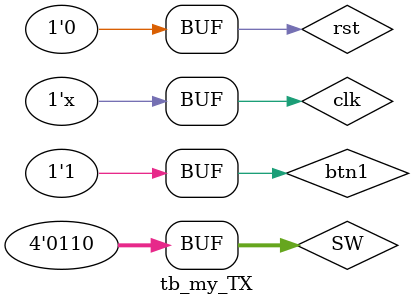
<source format=v>
`timescale 1ns / 1ps

module tb_my_TX();

parameter CLK_PD=10.0;
reg rst;
reg clk;
reg [3:0]SW;
reg btn1;
wire Dout;
wire Busy;

my_TX#
    (
        .CLK_FREQ(10),
        .BAUD_RATE(1),
        .CLK_MAX(10)
    ) dut0(
    .rst(rst),
    .clk(clk),
    .SW(SW),
    .btn1(btn1),
    .Dout(Dout),
    .Busy(Busy)
    );

initial clk=1'b0;
always #(CLK_PD/2) clk=~clk;

initial begin
rst=1'b1;
btn1=1'b0;
SW=4'b0110;
#(CLK_PD*10);
rst=1'b0;
#(CLK_PD*10);
btn1=1'b1;
#(CLK_PD*20);


end

endmodule

</source>
